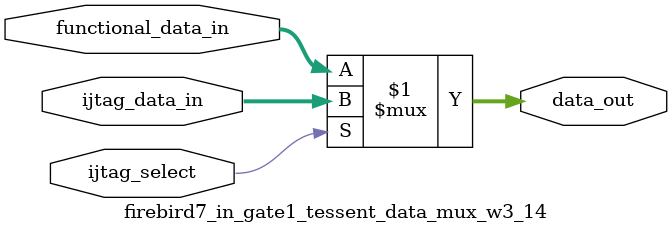
<source format=sv>

module firebird7_in_gate1_tessent_data_mux_w3_14 (
  input wire ijtag_select,
  input wire [2:0]  functional_data_in,
  input wire [2:0]  ijtag_data_in,
  output wire [2:0] data_out
);
assign data_out = (ijtag_select) ? ijtag_data_in : functional_data_in;
endmodule

</source>
